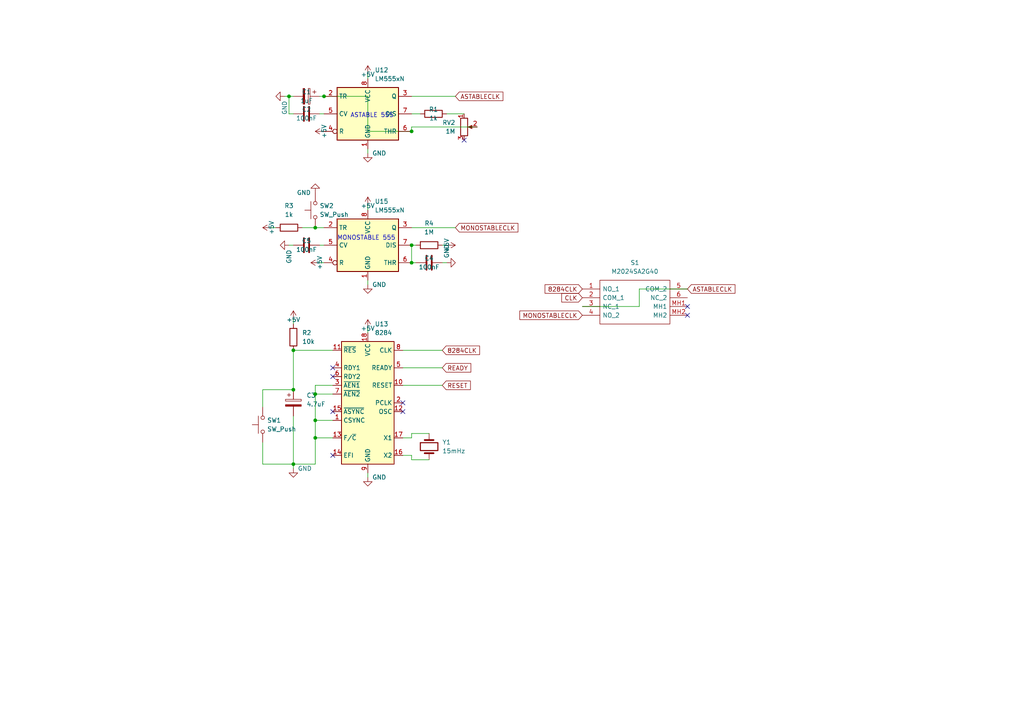
<source format=kicad_sch>
(kicad_sch (version 20211123) (generator eeschema)

  (uuid f81cff6b-bb57-4d3c-bef8-020676c3be71)

  (paper "A4")

  (lib_symbols
    (symbol "Device:C" (pin_numbers hide) (pin_names (offset 0.254)) (in_bom yes) (on_board yes)
      (property "Reference" "C" (id 0) (at 0.635 2.54 0)
        (effects (font (size 1.27 1.27)) (justify left))
      )
      (property "Value" "C" (id 1) (at 0.635 -2.54 0)
        (effects (font (size 1.27 1.27)) (justify left))
      )
      (property "Footprint" "" (id 2) (at 0.9652 -3.81 0)
        (effects (font (size 1.27 1.27)) hide)
      )
      (property "Datasheet" "~" (id 3) (at 0 0 0)
        (effects (font (size 1.27 1.27)) hide)
      )
      (property "ki_keywords" "cap capacitor" (id 4) (at 0 0 0)
        (effects (font (size 1.27 1.27)) hide)
      )
      (property "ki_description" "Unpolarized capacitor" (id 5) (at 0 0 0)
        (effects (font (size 1.27 1.27)) hide)
      )
      (property "ki_fp_filters" "C_*" (id 6) (at 0 0 0)
        (effects (font (size 1.27 1.27)) hide)
      )
      (symbol "C_0_1"
        (polyline
          (pts
            (xy -2.032 -0.762)
            (xy 2.032 -0.762)
          )
          (stroke (width 0.508) (type default) (color 0 0 0 0))
          (fill (type none))
        )
        (polyline
          (pts
            (xy -2.032 0.762)
            (xy 2.032 0.762)
          )
          (stroke (width 0.508) (type default) (color 0 0 0 0))
          (fill (type none))
        )
      )
      (symbol "C_1_1"
        (pin passive line (at 0 3.81 270) (length 2.794)
          (name "~" (effects (font (size 1.27 1.27))))
          (number "1" (effects (font (size 1.27 1.27))))
        )
        (pin passive line (at 0 -3.81 90) (length 2.794)
          (name "~" (effects (font (size 1.27 1.27))))
          (number "2" (effects (font (size 1.27 1.27))))
        )
      )
    )
    (symbol "Device:C_Polarized" (pin_numbers hide) (pin_names (offset 0.254)) (in_bom yes) (on_board yes)
      (property "Reference" "C" (id 0) (at 0.635 2.54 0)
        (effects (font (size 1.27 1.27)) (justify left))
      )
      (property "Value" "C_Polarized" (id 1) (at 0.635 -2.54 0)
        (effects (font (size 1.27 1.27)) (justify left))
      )
      (property "Footprint" "" (id 2) (at 0.9652 -3.81 0)
        (effects (font (size 1.27 1.27)) hide)
      )
      (property "Datasheet" "~" (id 3) (at 0 0 0)
        (effects (font (size 1.27 1.27)) hide)
      )
      (property "ki_keywords" "cap capacitor" (id 4) (at 0 0 0)
        (effects (font (size 1.27 1.27)) hide)
      )
      (property "ki_description" "Polarized capacitor" (id 5) (at 0 0 0)
        (effects (font (size 1.27 1.27)) hide)
      )
      (property "ki_fp_filters" "CP_*" (id 6) (at 0 0 0)
        (effects (font (size 1.27 1.27)) hide)
      )
      (symbol "C_Polarized_0_1"
        (rectangle (start -2.286 0.508) (end 2.286 1.016)
          (stroke (width 0) (type default) (color 0 0 0 0))
          (fill (type none))
        )
        (polyline
          (pts
            (xy -1.778 2.286)
            (xy -0.762 2.286)
          )
          (stroke (width 0) (type default) (color 0 0 0 0))
          (fill (type none))
        )
        (polyline
          (pts
            (xy -1.27 2.794)
            (xy -1.27 1.778)
          )
          (stroke (width 0) (type default) (color 0 0 0 0))
          (fill (type none))
        )
        (rectangle (start 2.286 -0.508) (end -2.286 -1.016)
          (stroke (width 0) (type default) (color 0 0 0 0))
          (fill (type outline))
        )
      )
      (symbol "C_Polarized_1_1"
        (pin passive line (at 0 3.81 270) (length 2.794)
          (name "~" (effects (font (size 1.27 1.27))))
          (number "1" (effects (font (size 1.27 1.27))))
        )
        (pin passive line (at 0 -3.81 90) (length 2.794)
          (name "~" (effects (font (size 1.27 1.27))))
          (number "2" (effects (font (size 1.27 1.27))))
        )
      )
    )
    (symbol "Device:Crystal" (pin_numbers hide) (pin_names (offset 1.016) hide) (in_bom yes) (on_board yes)
      (property "Reference" "Y" (id 0) (at 0 3.81 0)
        (effects (font (size 1.27 1.27)))
      )
      (property "Value" "Crystal" (id 1) (at 0 -3.81 0)
        (effects (font (size 1.27 1.27)))
      )
      (property "Footprint" "" (id 2) (at 0 0 0)
        (effects (font (size 1.27 1.27)) hide)
      )
      (property "Datasheet" "~" (id 3) (at 0 0 0)
        (effects (font (size 1.27 1.27)) hide)
      )
      (property "ki_keywords" "quartz ceramic resonator oscillator" (id 4) (at 0 0 0)
        (effects (font (size 1.27 1.27)) hide)
      )
      (property "ki_description" "Two pin crystal" (id 5) (at 0 0 0)
        (effects (font (size 1.27 1.27)) hide)
      )
      (property "ki_fp_filters" "Crystal*" (id 6) (at 0 0 0)
        (effects (font (size 1.27 1.27)) hide)
      )
      (symbol "Crystal_0_1"
        (rectangle (start -1.143 2.54) (end 1.143 -2.54)
          (stroke (width 0.3048) (type default) (color 0 0 0 0))
          (fill (type none))
        )
        (polyline
          (pts
            (xy -2.54 0)
            (xy -1.905 0)
          )
          (stroke (width 0) (type default) (color 0 0 0 0))
          (fill (type none))
        )
        (polyline
          (pts
            (xy -1.905 -1.27)
            (xy -1.905 1.27)
          )
          (stroke (width 0.508) (type default) (color 0 0 0 0))
          (fill (type none))
        )
        (polyline
          (pts
            (xy 1.905 -1.27)
            (xy 1.905 1.27)
          )
          (stroke (width 0.508) (type default) (color 0 0 0 0))
          (fill (type none))
        )
        (polyline
          (pts
            (xy 2.54 0)
            (xy 1.905 0)
          )
          (stroke (width 0) (type default) (color 0 0 0 0))
          (fill (type none))
        )
      )
      (symbol "Crystal_1_1"
        (pin passive line (at -3.81 0 0) (length 1.27)
          (name "1" (effects (font (size 1.27 1.27))))
          (number "1" (effects (font (size 1.27 1.27))))
        )
        (pin passive line (at 3.81 0 180) (length 1.27)
          (name "2" (effects (font (size 1.27 1.27))))
          (number "2" (effects (font (size 1.27 1.27))))
        )
      )
    )
    (symbol "Device:R" (pin_numbers hide) (pin_names (offset 0)) (in_bom yes) (on_board yes)
      (property "Reference" "R" (id 0) (at 2.032 0 90)
        (effects (font (size 1.27 1.27)))
      )
      (property "Value" "R" (id 1) (at 0 0 90)
        (effects (font (size 1.27 1.27)))
      )
      (property "Footprint" "" (id 2) (at -1.778 0 90)
        (effects (font (size 1.27 1.27)) hide)
      )
      (property "Datasheet" "~" (id 3) (at 0 0 0)
        (effects (font (size 1.27 1.27)) hide)
      )
      (property "ki_keywords" "R res resistor" (id 4) (at 0 0 0)
        (effects (font (size 1.27 1.27)) hide)
      )
      (property "ki_description" "Resistor" (id 5) (at 0 0 0)
        (effects (font (size 1.27 1.27)) hide)
      )
      (property "ki_fp_filters" "R_*" (id 6) (at 0 0 0)
        (effects (font (size 1.27 1.27)) hide)
      )
      (symbol "R_0_1"
        (rectangle (start -1.016 -2.54) (end 1.016 2.54)
          (stroke (width 0.254) (type default) (color 0 0 0 0))
          (fill (type none))
        )
      )
      (symbol "R_1_1"
        (pin passive line (at 0 3.81 270) (length 1.27)
          (name "~" (effects (font (size 1.27 1.27))))
          (number "1" (effects (font (size 1.27 1.27))))
        )
        (pin passive line (at 0 -3.81 90) (length 1.27)
          (name "~" (effects (font (size 1.27 1.27))))
          (number "2" (effects (font (size 1.27 1.27))))
        )
      )
    )
    (symbol "Device:R_Potentiometer" (pin_names (offset 1.016) hide) (in_bom yes) (on_board yes)
      (property "Reference" "RV" (id 0) (at -4.445 0 90)
        (effects (font (size 1.27 1.27)))
      )
      (property "Value" "R_Potentiometer" (id 1) (at -2.54 0 90)
        (effects (font (size 1.27 1.27)))
      )
      (property "Footprint" "" (id 2) (at 0 0 0)
        (effects (font (size 1.27 1.27)) hide)
      )
      (property "Datasheet" "~" (id 3) (at 0 0 0)
        (effects (font (size 1.27 1.27)) hide)
      )
      (property "ki_keywords" "resistor variable" (id 4) (at 0 0 0)
        (effects (font (size 1.27 1.27)) hide)
      )
      (property "ki_description" "Potentiometer" (id 5) (at 0 0 0)
        (effects (font (size 1.27 1.27)) hide)
      )
      (property "ki_fp_filters" "Potentiometer*" (id 6) (at 0 0 0)
        (effects (font (size 1.27 1.27)) hide)
      )
      (symbol "R_Potentiometer_0_1"
        (polyline
          (pts
            (xy 2.54 0)
            (xy 1.524 0)
          )
          (stroke (width 0) (type default) (color 0 0 0 0))
          (fill (type none))
        )
        (polyline
          (pts
            (xy 1.143 0)
            (xy 2.286 0.508)
            (xy 2.286 -0.508)
            (xy 1.143 0)
          )
          (stroke (width 0) (type default) (color 0 0 0 0))
          (fill (type outline))
        )
        (rectangle (start 1.016 2.54) (end -1.016 -2.54)
          (stroke (width 0.254) (type default) (color 0 0 0 0))
          (fill (type none))
        )
      )
      (symbol "R_Potentiometer_1_1"
        (pin passive line (at 0 3.81 270) (length 1.27)
          (name "1" (effects (font (size 1.27 1.27))))
          (number "1" (effects (font (size 1.27 1.27))))
        )
        (pin passive line (at 3.81 0 180) (length 1.27)
          (name "2" (effects (font (size 1.27 1.27))))
          (number "2" (effects (font (size 1.27 1.27))))
        )
        (pin passive line (at 0 -3.81 90) (length 1.27)
          (name "3" (effects (font (size 1.27 1.27))))
          (number "3" (effects (font (size 1.27 1.27))))
        )
      )
    )
    (symbol "SamacSys_Parts:M2024SA2G40" (pin_names (offset 0.762)) (in_bom yes) (on_board yes)
      (property "Reference" "S" (id 0) (at 26.67 7.62 0)
        (effects (font (size 1.27 1.27)) (justify left))
      )
      (property "Value" "M2024SA2G40" (id 1) (at 26.67 5.08 0)
        (effects (font (size 1.27 1.27)) (justify left))
      )
      (property "Footprint" "M2024SA2G40" (id 2) (at 26.67 2.54 0)
        (effects (font (size 1.27 1.27)) (justify left) hide)
      )
      (property "Datasheet" "https://www.nkkswitches.com/pdf/MtogglesAnglePC.pdf" (id 3) (at 26.67 0 0)
        (effects (font (size 1.27 1.27)) (justify left) hide)
      )
      (property "Description" "Toggle Switches ON-ON-ON .413 BAT .280 BSHG VERT PC" (id 4) (at 26.67 -2.54 0)
        (effects (font (size 1.27 1.27)) (justify left) hide)
      )
      (property "Height" "13" (id 5) (at 26.67 -5.08 0)
        (effects (font (size 1.27 1.27)) (justify left) hide)
      )
      (property "Mouser Part Number" "633-M2024SA2G40" (id 6) (at 26.67 -7.62 0)
        (effects (font (size 1.27 1.27)) (justify left) hide)
      )
      (property "Mouser Price/Stock" "https://www.mouser.co.uk/ProductDetail/NKK-Switches/M2024SA2G40?qs=t8w9rvwJwK9OKvCilNHaGA%3D%3D" (id 7) (at 26.67 -10.16 0)
        (effects (font (size 1.27 1.27)) (justify left) hide)
      )
      (property "Manufacturer_Name" "NKK Switches" (id 8) (at 26.67 -12.7 0)
        (effects (font (size 1.27 1.27)) (justify left) hide)
      )
      (property "Manufacturer_Part_Number" "M2024SA2G40" (id 9) (at 26.67 -15.24 0)
        (effects (font (size 1.27 1.27)) (justify left) hide)
      )
      (property "ki_description" "Toggle Switches ON-ON-ON .413 BAT .280 BSHG VERT PC" (id 10) (at 0 0 0)
        (effects (font (size 1.27 1.27)) hide)
      )
      (symbol "M2024SA2G40_0_0"
        (pin passive line (at 0 0 0) (length 5.08)
          (name "NO_1" (effects (font (size 1.27 1.27))))
          (number "1" (effects (font (size 1.27 1.27))))
        )
        (pin passive line (at 0 -2.54 0) (length 5.08)
          (name "COM_1" (effects (font (size 1.27 1.27))))
          (number "2" (effects (font (size 1.27 1.27))))
        )
        (pin passive line (at 0 -5.08 0) (length 5.08)
          (name "NC_1" (effects (font (size 1.27 1.27))))
          (number "3" (effects (font (size 1.27 1.27))))
        )
        (pin passive line (at 0 -7.62 0) (length 5.08)
          (name "NO_2" (effects (font (size 1.27 1.27))))
          (number "4" (effects (font (size 1.27 1.27))))
        )
        (pin passive line (at 30.48 0 180) (length 5.08)
          (name "COM_2" (effects (font (size 1.27 1.27))))
          (number "5" (effects (font (size 1.27 1.27))))
        )
        (pin passive line (at 30.48 -2.54 180) (length 5.08)
          (name "NC_2" (effects (font (size 1.27 1.27))))
          (number "6" (effects (font (size 1.27 1.27))))
        )
        (pin passive line (at 30.48 -5.08 180) (length 5.08)
          (name "MH1" (effects (font (size 1.27 1.27))))
          (number "MH1" (effects (font (size 1.27 1.27))))
        )
        (pin passive line (at 30.48 -7.62 180) (length 5.08)
          (name "MH2" (effects (font (size 1.27 1.27))))
          (number "MH2" (effects (font (size 1.27 1.27))))
        )
      )
      (symbol "M2024SA2G40_0_1"
        (polyline
          (pts
            (xy 5.08 2.54)
            (xy 25.4 2.54)
            (xy 25.4 -10.16)
            (xy 5.08 -10.16)
            (xy 5.08 2.54)
          )
          (stroke (width 0.1524) (type default) (color 0 0 0 0))
          (fill (type none))
        )
      )
    )
    (symbol "Switch:SW_Push" (pin_numbers hide) (pin_names (offset 1.016) hide) (in_bom yes) (on_board yes)
      (property "Reference" "SW" (id 0) (at 1.27 2.54 0)
        (effects (font (size 1.27 1.27)) (justify left))
      )
      (property "Value" "SW_Push" (id 1) (at 0 -1.524 0)
        (effects (font (size 1.27 1.27)))
      )
      (property "Footprint" "" (id 2) (at 0 5.08 0)
        (effects (font (size 1.27 1.27)) hide)
      )
      (property "Datasheet" "~" (id 3) (at 0 5.08 0)
        (effects (font (size 1.27 1.27)) hide)
      )
      (property "ki_keywords" "switch normally-open pushbutton push-button" (id 4) (at 0 0 0)
        (effects (font (size 1.27 1.27)) hide)
      )
      (property "ki_description" "Push button switch, generic, two pins" (id 5) (at 0 0 0)
        (effects (font (size 1.27 1.27)) hide)
      )
      (symbol "SW_Push_0_1"
        (circle (center -2.032 0) (radius 0.508)
          (stroke (width 0) (type default) (color 0 0 0 0))
          (fill (type none))
        )
        (polyline
          (pts
            (xy 0 1.27)
            (xy 0 3.048)
          )
          (stroke (width 0) (type default) (color 0 0 0 0))
          (fill (type none))
        )
        (polyline
          (pts
            (xy 2.54 1.27)
            (xy -2.54 1.27)
          )
          (stroke (width 0) (type default) (color 0 0 0 0))
          (fill (type none))
        )
        (circle (center 2.032 0) (radius 0.508)
          (stroke (width 0) (type default) (color 0 0 0 0))
          (fill (type none))
        )
        (pin passive line (at -5.08 0 0) (length 2.54)
          (name "1" (effects (font (size 1.27 1.27))))
          (number "1" (effects (font (size 1.27 1.27))))
        )
        (pin passive line (at 5.08 0 180) (length 2.54)
          (name "2" (effects (font (size 1.27 1.27))))
          (number "2" (effects (font (size 1.27 1.27))))
        )
      )
    )
    (symbol "Timer:8284" (in_bom yes) (on_board yes)
      (property "Reference" "U" (id 0) (at -3.81 19.05 0)
        (effects (font (size 1.27 1.27)) (justify right))
      )
      (property "Value" "8284" (id 1) (at 2.54 19.05 0)
        (effects (font (size 1.27 1.27)) (justify left))
      )
      (property "Footprint" "Package_DIP:DIP-18_W7.62mm" (id 2) (at 0 0 0)
        (effects (font (size 1.27 1.27) italic) hide)
      )
      (property "Datasheet" "http://www.cpu-galaxy.at/cpu/ram%20rom%20eprom/other_intel_chips/other_intel-Dateien/D8284A_Datasheet.pdf" (id 3) (at 0 0 0)
        (effects (font (size 1.27 1.27)) hide)
      )
      (property "ki_keywords" "Clock Generator" (id 4) (at 0 0 0)
        (effects (font (size 1.27 1.27)) hide)
      )
      (property "ki_description" "Clock Generator and Driver for i8086/88 Microcontrollers, PDIP-18" (id 5) (at 0 0 0)
        (effects (font (size 1.27 1.27)) hide)
      )
      (property "ki_fp_filters" "DIP*W7.62mm*" (id 6) (at 0 0 0)
        (effects (font (size 1.27 1.27)) hide)
      )
      (symbol "8284_0_0"
        (rectangle (start -7.62 -17.78) (end 7.62 17.78)
          (stroke (width 0.254) (type default) (color 0 0 0 0))
          (fill (type background))
        )
      )
      (symbol "8284_1_1"
        (pin input line (at -10.16 -5.08 0) (length 2.54)
          (name "CSYNC" (effects (font (size 1.27 1.27))))
          (number "1" (effects (font (size 1.27 1.27))))
        )
        (pin output line (at 10.16 5.08 180) (length 2.54)
          (name "RESET" (effects (font (size 1.27 1.27))))
          (number "10" (effects (font (size 1.27 1.27))))
        )
        (pin input line (at -10.16 15.24 0) (length 2.54)
          (name "~{RES}" (effects (font (size 1.27 1.27))))
          (number "11" (effects (font (size 1.27 1.27))))
        )
        (pin output line (at 10.16 -2.54 180) (length 2.54)
          (name "OSC" (effects (font (size 1.27 1.27))))
          (number "12" (effects (font (size 1.27 1.27))))
        )
        (pin input line (at -10.16 -10.16 0) (length 2.54)
          (name "F/~{C}" (effects (font (size 1.27 1.27))))
          (number "13" (effects (font (size 1.27 1.27))))
        )
        (pin input line (at -10.16 -15.24 0) (length 2.54)
          (name "EFI" (effects (font (size 1.27 1.27))))
          (number "14" (effects (font (size 1.27 1.27))))
        )
        (pin input line (at -10.16 -2.54 0) (length 2.54)
          (name "~{ASYNC}" (effects (font (size 1.27 1.27))))
          (number "15" (effects (font (size 1.27 1.27))))
        )
        (pin output line (at 10.16 -15.24 180) (length 2.54)
          (name "X2" (effects (font (size 1.27 1.27))))
          (number "16" (effects (font (size 1.27 1.27))))
        )
        (pin input line (at 10.16 -10.16 180) (length 2.54)
          (name "X1" (effects (font (size 1.27 1.27))))
          (number "17" (effects (font (size 1.27 1.27))))
        )
        (pin power_in line (at 0 20.32 270) (length 2.54)
          (name "VCC" (effects (font (size 1.27 1.27))))
          (number "18" (effects (font (size 1.27 1.27))))
        )
        (pin output line (at 10.16 0 180) (length 2.54)
          (name "PCLK" (effects (font (size 1.27 1.27))))
          (number "2" (effects (font (size 1.27 1.27))))
        )
        (pin input line (at -10.16 5.08 0) (length 2.54)
          (name "~{AEN1}" (effects (font (size 1.27 1.27))))
          (number "3" (effects (font (size 1.27 1.27))))
        )
        (pin input line (at -10.16 10.16 0) (length 2.54)
          (name "RDY1" (effects (font (size 1.27 1.27))))
          (number "4" (effects (font (size 1.27 1.27))))
        )
        (pin output line (at 10.16 10.16 180) (length 2.54)
          (name "READY" (effects (font (size 1.27 1.27))))
          (number "5" (effects (font (size 1.27 1.27))))
        )
        (pin input line (at -10.16 7.62 0) (length 2.54)
          (name "RDY2" (effects (font (size 1.27 1.27))))
          (number "6" (effects (font (size 1.27 1.27))))
        )
        (pin input line (at -10.16 2.54 0) (length 2.54)
          (name "~{AEN2}" (effects (font (size 1.27 1.27))))
          (number "7" (effects (font (size 1.27 1.27))))
        )
        (pin output line (at 10.16 15.24 180) (length 2.54)
          (name "CLK" (effects (font (size 1.27 1.27))))
          (number "8" (effects (font (size 1.27 1.27))))
        )
        (pin power_in line (at 0 -20.32 90) (length 2.54)
          (name "GND" (effects (font (size 1.27 1.27))))
          (number "9" (effects (font (size 1.27 1.27))))
        )
      )
    )
    (symbol "Timer:LM555xN" (in_bom yes) (on_board yes)
      (property "Reference" "U" (id 0) (at -10.16 8.89 0)
        (effects (font (size 1.27 1.27)) (justify left))
      )
      (property "Value" "LM555xN" (id 1) (at 2.54 8.89 0)
        (effects (font (size 1.27 1.27)) (justify left))
      )
      (property "Footprint" "Package_DIP:DIP-8_W7.62mm" (id 2) (at 16.51 -10.16 0)
        (effects (font (size 1.27 1.27)) hide)
      )
      (property "Datasheet" "http://www.ti.com/lit/ds/symlink/lm555.pdf" (id 3) (at 21.59 -10.16 0)
        (effects (font (size 1.27 1.27)) hide)
      )
      (property "ki_keywords" "single timer 555" (id 4) (at 0 0 0)
        (effects (font (size 1.27 1.27)) hide)
      )
      (property "ki_description" "Timer, 555 compatible, PDIP-8" (id 5) (at 0 0 0)
        (effects (font (size 1.27 1.27)) hide)
      )
      (property "ki_fp_filters" "DIP*W7.62mm*" (id 6) (at 0 0 0)
        (effects (font (size 1.27 1.27)) hide)
      )
      (symbol "LM555xN_0_0"
        (pin power_in line (at 0 -10.16 90) (length 2.54)
          (name "GND" (effects (font (size 1.27 1.27))))
          (number "1" (effects (font (size 1.27 1.27))))
        )
        (pin power_in line (at 0 10.16 270) (length 2.54)
          (name "VCC" (effects (font (size 1.27 1.27))))
          (number "8" (effects (font (size 1.27 1.27))))
        )
      )
      (symbol "LM555xN_0_1"
        (rectangle (start -8.89 -7.62) (end 8.89 7.62)
          (stroke (width 0.254) (type default) (color 0 0 0 0))
          (fill (type background))
        )
        (rectangle (start -8.89 -7.62) (end 8.89 7.62)
          (stroke (width 0.254) (type default) (color 0 0 0 0))
          (fill (type background))
        )
      )
      (symbol "LM555xN_1_1"
        (pin input line (at -12.7 5.08 0) (length 3.81)
          (name "TR" (effects (font (size 1.27 1.27))))
          (number "2" (effects (font (size 1.27 1.27))))
        )
        (pin output line (at 12.7 5.08 180) (length 3.81)
          (name "Q" (effects (font (size 1.27 1.27))))
          (number "3" (effects (font (size 1.27 1.27))))
        )
        (pin input inverted (at -12.7 -5.08 0) (length 3.81)
          (name "R" (effects (font (size 1.27 1.27))))
          (number "4" (effects (font (size 1.27 1.27))))
        )
        (pin input line (at -12.7 0 0) (length 3.81)
          (name "CV" (effects (font (size 1.27 1.27))))
          (number "5" (effects (font (size 1.27 1.27))))
        )
        (pin input line (at 12.7 -5.08 180) (length 3.81)
          (name "THR" (effects (font (size 1.27 1.27))))
          (number "6" (effects (font (size 1.27 1.27))))
        )
        (pin input line (at 12.7 0 180) (length 3.81)
          (name "DIS" (effects (font (size 1.27 1.27))))
          (number "7" (effects (font (size 1.27 1.27))))
        )
      )
    )
    (symbol "power:+5V" (power) (pin_names (offset 0)) (in_bom yes) (on_board yes)
      (property "Reference" "#PWR" (id 0) (at 0 -3.81 0)
        (effects (font (size 1.27 1.27)) hide)
      )
      (property "Value" "+5V" (id 1) (at 0 3.556 0)
        (effects (font (size 1.27 1.27)))
      )
      (property "Footprint" "" (id 2) (at 0 0 0)
        (effects (font (size 1.27 1.27)) hide)
      )
      (property "Datasheet" "" (id 3) (at 0 0 0)
        (effects (font (size 1.27 1.27)) hide)
      )
      (property "ki_keywords" "power-flag" (id 4) (at 0 0 0)
        (effects (font (size 1.27 1.27)) hide)
      )
      (property "ki_description" "Power symbol creates a global label with name \"+5V\"" (id 5) (at 0 0 0)
        (effects (font (size 1.27 1.27)) hide)
      )
      (symbol "+5V_0_1"
        (polyline
          (pts
            (xy -0.762 1.27)
            (xy 0 2.54)
          )
          (stroke (width 0) (type default) (color 0 0 0 0))
          (fill (type none))
        )
        (polyline
          (pts
            (xy 0 0)
            (xy 0 2.54)
          )
          (stroke (width 0) (type default) (color 0 0 0 0))
          (fill (type none))
        )
        (polyline
          (pts
            (xy 0 2.54)
            (xy 0.762 1.27)
          )
          (stroke (width 0) (type default) (color 0 0 0 0))
          (fill (type none))
        )
      )
      (symbol "+5V_1_1"
        (pin power_in line (at 0 0 90) (length 0) hide
          (name "+5V" (effects (font (size 1.27 1.27))))
          (number "1" (effects (font (size 1.27 1.27))))
        )
      )
    )
    (symbol "power:GND" (power) (pin_names (offset 0)) (in_bom yes) (on_board yes)
      (property "Reference" "#PWR" (id 0) (at 0 -6.35 0)
        (effects (font (size 1.27 1.27)) hide)
      )
      (property "Value" "GND" (id 1) (at 0 -3.81 0)
        (effects (font (size 1.27 1.27)))
      )
      (property "Footprint" "" (id 2) (at 0 0 0)
        (effects (font (size 1.27 1.27)) hide)
      )
      (property "Datasheet" "" (id 3) (at 0 0 0)
        (effects (font (size 1.27 1.27)) hide)
      )
      (property "ki_keywords" "power-flag" (id 4) (at 0 0 0)
        (effects (font (size 1.27 1.27)) hide)
      )
      (property "ki_description" "Power symbol creates a global label with name \"GND\" , ground" (id 5) (at 0 0 0)
        (effects (font (size 1.27 1.27)) hide)
      )
      (symbol "GND_0_1"
        (polyline
          (pts
            (xy 0 0)
            (xy 0 -1.27)
            (xy 1.27 -1.27)
            (xy 0 -2.54)
            (xy -1.27 -1.27)
            (xy 0 -1.27)
          )
          (stroke (width 0) (type default) (color 0 0 0 0))
          (fill (type none))
        )
      )
      (symbol "GND_1_1"
        (pin power_in line (at 0 0 270) (length 0) hide
          (name "GND" (effects (font (size 1.27 1.27))))
          (number "1" (effects (font (size 1.27 1.27))))
        )
      )
    )
  )

  (junction (at 119.38 38.1) (diameter 0) (color 0 0 0 0)
    (uuid 08f7b560-54ff-4528-b640-cbb119ae4f59)
  )
  (junction (at 91.44 66.04) (diameter 0) (color 0 0 0 0)
    (uuid 0a1300f8-d0fa-45a7-9819-6229191e999a)
  )
  (junction (at 91.44 121.92) (diameter 0) (color 0 0 0 0)
    (uuid 1767b024-a4e0-4b8c-a1d9-5546673fd836)
  )
  (junction (at 83.82 27.94) (diameter 0) (color 0 0 0 0)
    (uuid 3a535f94-42ec-4f2f-9956-2624f6cb38d7)
  )
  (junction (at 85.09 134.62) (diameter 0) (color 0 0 0 0)
    (uuid 3d099402-7d5e-43a9-af1b-28298984919d)
  )
  (junction (at 91.44 127) (diameter 0) (color 0 0 0 0)
    (uuid 622bf944-bb93-423f-85f3-7fe825962cb4)
  )
  (junction (at 119.38 76.2) (diameter 0) (color 0 0 0 0)
    (uuid 6ee6b6a3-6cb7-4bc3-a807-bd704bac5c83)
  )
  (junction (at 91.44 114.3) (diameter 0) (color 0 0 0 0)
    (uuid 79493cee-f142-4192-8455-2580bb9a5f8c)
  )
  (junction (at 119.38 71.12) (diameter 0) (color 0 0 0 0)
    (uuid 7cb8bf18-462d-4542-96b4-dfb17e24162f)
  )
  (junction (at 93.98 27.94) (diameter 0) (color 0 0 0 0)
    (uuid cc115419-91dd-4efd-89b8-1b4c1f9226d5)
  )
  (junction (at 85.09 101.6) (diameter 0) (color 0 0 0 0)
    (uuid cfcd2676-0fc1-4f48-aa18-1539e77429bb)
  )
  (junction (at 85.09 113.03) (diameter 0) (color 0 0 0 0)
    (uuid d9ad367c-20f7-4479-92bb-f9365ccd3ba1)
  )

  (no_connect (at 199.39 91.44) (uuid 2a18c5d9-77a2-487c-a57d-a47fb210f92d))
  (no_connect (at 134.62 40.64) (uuid 6e9730f4-bd16-4aac-8ee8-6606c388a73b))
  (no_connect (at 199.39 88.9) (uuid b0881c9b-af66-4822-9907-618ceb266eee))
  (no_connect (at 96.52 132.08) (uuid c73530ef-f067-484d-94b1-d1e286d8e91f))
  (no_connect (at 96.52 119.38) (uuid c73530ef-f067-484d-94b1-d1e286d8e920))
  (no_connect (at 116.84 119.38) (uuid c73530ef-f067-484d-94b1-d1e286d8e921))
  (no_connect (at 116.84 116.84) (uuid c73530ef-f067-484d-94b1-d1e286d8e922))
  (no_connect (at 96.52 106.68) (uuid c73530ef-f067-484d-94b1-d1e286d8e923))
  (no_connect (at 96.52 109.22) (uuid c73530ef-f067-484d-94b1-d1e286d8e924))

  (wire (pts (xy 76.2 134.62) (xy 85.09 134.62))
    (stroke (width 0) (type default) (color 0 0 0 0))
    (uuid 06c3435c-2160-49e9-9bfb-6f92bea7bd42)
  )
  (wire (pts (xy 92.71 33.02) (xy 93.98 33.02))
    (stroke (width 0) (type default) (color 0 0 0 0))
    (uuid 11fabd44-26fc-4eaa-834c-10de104a096b)
  )
  (wire (pts (xy 91.44 66.04) (xy 93.98 66.04))
    (stroke (width 0) (type default) (color 0 0 0 0))
    (uuid 16ac51a0-2e11-4cca-89a5-199392afc8f6)
  )
  (wire (pts (xy 119.38 127) (xy 119.38 125.73))
    (stroke (width 0) (type default) (color 0 0 0 0))
    (uuid 1d3bbb01-6baa-4cfc-b86f-d2ec0a824556)
  )
  (wire (pts (xy 91.44 111.76) (xy 96.52 111.76))
    (stroke (width 0) (type default) (color 0 0 0 0))
    (uuid 1fa9c269-cf84-4a8a-a1ae-70c73e8bb178)
  )
  (wire (pts (xy 92.71 71.12) (xy 93.98 71.12))
    (stroke (width 0) (type default) (color 0 0 0 0))
    (uuid 22426e2e-bb8c-4cc5-871f-6ad9c60dfe8d)
  )
  (wire (pts (xy 119.38 71.12) (xy 120.65 71.12))
    (stroke (width 0) (type default) (color 0 0 0 0))
    (uuid 260b70a3-de19-4ca9-8cb6-bcef3cd22d0a)
  )
  (wire (pts (xy 116.84 111.76) (xy 128.27 111.76))
    (stroke (width 0) (type default) (color 0 0 0 0))
    (uuid 27a67bc9-5ee5-4903-b515-12e5dde77a4a)
  )
  (wire (pts (xy 119.38 76.2) (xy 120.65 76.2))
    (stroke (width 0) (type default) (color 0 0 0 0))
    (uuid 2c1e9010-2b2b-4ace-b072-f489f251d2bc)
  )
  (wire (pts (xy 91.44 121.92) (xy 91.44 127))
    (stroke (width 0) (type default) (color 0 0 0 0))
    (uuid 306f8c2c-ea2b-43eb-83fd-025d54bb8641)
  )
  (wire (pts (xy 87.63 66.04) (xy 91.44 66.04))
    (stroke (width 0) (type default) (color 0 0 0 0))
    (uuid 34715f96-3103-4028-b612-898cbe3e48a6)
  )
  (wire (pts (xy 128.27 71.12) (xy 129.54 71.12))
    (stroke (width 0) (type default) (color 0 0 0 0))
    (uuid 34efd182-fd60-4d50-9efa-679c1c90914f)
  )
  (wire (pts (xy 78.74 66.04) (xy 80.01 66.04))
    (stroke (width 0) (type default) (color 0 0 0 0))
    (uuid 360042c4-ae88-41a2-a81e-0887fd207c58)
  )
  (wire (pts (xy 119.38 133.35) (xy 124.46 133.35))
    (stroke (width 0) (type default) (color 0 0 0 0))
    (uuid 365e95c8-4ead-4f94-b21b-a4f7e17d9e52)
  )
  (wire (pts (xy 106.68 59.69) (xy 106.68 60.96))
    (stroke (width 0) (type default) (color 0 0 0 0))
    (uuid 38b11744-49c0-4f8e-8801-1241d6afa426)
  )
  (wire (pts (xy 185.42 88.9) (xy 185.42 83.82))
    (stroke (width 0) (type default) (color 0 0 0 0))
    (uuid 3a1a6485-7193-467f-93ce-563b2e2f9b86)
  )
  (wire (pts (xy 91.44 127) (xy 91.44 134.62))
    (stroke (width 0) (type default) (color 0 0 0 0))
    (uuid 3ac8da20-eb1f-41b7-b314-28ffa2c63bef)
  )
  (wire (pts (xy 106.68 38.1) (xy 106.68 27.94))
    (stroke (width 0) (type default) (color 0 0 0 0))
    (uuid 43936753-3290-4342-a6fb-c5555852b6ad)
  )
  (wire (pts (xy 119.38 66.04) (xy 132.08 66.04))
    (stroke (width 0) (type default) (color 0 0 0 0))
    (uuid 43d03add-d52a-4db7-bafd-f49f5c0363cd)
  )
  (wire (pts (xy 76.2 118.11) (xy 76.2 113.03))
    (stroke (width 0) (type default) (color 0 0 0 0))
    (uuid 47e06ce7-234b-4aae-b45c-24bdd7c84704)
  )
  (wire (pts (xy 128.27 76.2) (xy 129.54 76.2))
    (stroke (width 0) (type default) (color 0 0 0 0))
    (uuid 487d0caf-8d09-44e9-8afe-d4d158d31e03)
  )
  (wire (pts (xy 119.38 125.73) (xy 124.46 125.73))
    (stroke (width 0) (type default) (color 0 0 0 0))
    (uuid 57b4b1bb-e321-4c7d-a2cd-222870d9de35)
  )
  (wire (pts (xy 91.44 121.92) (xy 96.52 121.92))
    (stroke (width 0) (type default) (color 0 0 0 0))
    (uuid 5d7add87-c145-4d5c-9061-557431c7b012)
  )
  (wire (pts (xy 116.84 106.68) (xy 128.27 106.68))
    (stroke (width 0) (type default) (color 0 0 0 0))
    (uuid 67e6b2a3-7f07-4fc3-8281-cc336b12d8c5)
  )
  (wire (pts (xy 168.91 88.9) (xy 185.42 88.9))
    (stroke (width 0) (type default) (color 0 0 0 0))
    (uuid 6928d8d4-f4b3-4b7d-b66c-88bc5ae7fb22)
  )
  (wire (pts (xy 119.38 27.94) (xy 132.08 27.94))
    (stroke (width 0) (type default) (color 0 0 0 0))
    (uuid 7000635a-2d1e-4b17-b329-6a16d769c6c2)
  )
  (wire (pts (xy 76.2 113.03) (xy 85.09 113.03))
    (stroke (width 0) (type default) (color 0 0 0 0))
    (uuid 709b2a8b-555a-4b38-b3d4-0be6b18a07bc)
  )
  (wire (pts (xy 83.82 33.02) (xy 85.09 33.02))
    (stroke (width 0) (type default) (color 0 0 0 0))
    (uuid 734b1c7a-c6f9-4549-8ef7-f22be172386d)
  )
  (wire (pts (xy 85.09 101.6) (xy 96.52 101.6))
    (stroke (width 0) (type default) (color 0 0 0 0))
    (uuid 783c8202-0a10-4125-b6ed-f617978ee4e5)
  )
  (wire (pts (xy 91.44 127) (xy 96.52 127))
    (stroke (width 0) (type default) (color 0 0 0 0))
    (uuid 863448e0-407d-4216-9039-9bf6e710fa36)
  )
  (wire (pts (xy 116.84 132.08) (xy 119.38 132.08))
    (stroke (width 0) (type default) (color 0 0 0 0))
    (uuid 8acf5ef0-c4b0-49d4-ae54-5096ae88f439)
  )
  (wire (pts (xy 106.68 95.25) (xy 106.68 96.52))
    (stroke (width 0) (type default) (color 0 0 0 0))
    (uuid 8af330e4-2edb-4b9c-aab3-7b7f5a23ec6f)
  )
  (wire (pts (xy 116.84 101.6) (xy 128.27 101.6))
    (stroke (width 0) (type default) (color 0 0 0 0))
    (uuid 8b5a0490-b705-455e-b49b-6d1dc13545da)
  )
  (wire (pts (xy 106.68 27.94) (xy 93.98 27.94))
    (stroke (width 0) (type default) (color 0 0 0 0))
    (uuid 8e2cd0e2-8e88-41cd-aa03-a8b83cf1f17c)
  )
  (wire (pts (xy 119.38 36.83) (xy 119.38 38.1))
    (stroke (width 0) (type default) (color 0 0 0 0))
    (uuid 90bbc4cd-672b-402f-912c-b654511cfcb8)
  )
  (wire (pts (xy 119.38 33.02) (xy 121.92 33.02))
    (stroke (width 0) (type default) (color 0 0 0 0))
    (uuid 92da5d10-acb7-4d8a-ba80-29c885804098)
  )
  (wire (pts (xy 76.2 128.27) (xy 76.2 134.62))
    (stroke (width 0) (type default) (color 0 0 0 0))
    (uuid 95e62274-c540-4a08-b4fb-18acdee988aa)
  )
  (wire (pts (xy 83.82 71.12) (xy 85.09 71.12))
    (stroke (width 0) (type default) (color 0 0 0 0))
    (uuid 991aaab7-d9ff-48fb-b165-57139ded21f6)
  )
  (wire (pts (xy 85.09 101.6) (xy 85.09 113.03))
    (stroke (width 0) (type default) (color 0 0 0 0))
    (uuid a04ded4c-b4c6-4887-949b-26f692e8d328)
  )
  (wire (pts (xy 83.82 27.94) (xy 83.82 33.02))
    (stroke (width 0) (type default) (color 0 0 0 0))
    (uuid a711060c-e820-43e6-9517-0a11c83cad5f)
  )
  (wire (pts (xy 129.54 33.02) (xy 134.62 33.02))
    (stroke (width 0) (type default) (color 0 0 0 0))
    (uuid ab6e8f63-a048-4eb6-8972-118e2ef00431)
  )
  (wire (pts (xy 106.68 43.18) (xy 106.68 44.45))
    (stroke (width 0) (type default) (color 0 0 0 0))
    (uuid af35d8e5-7a14-4695-b9c3-b2256d63c3ee)
  )
  (wire (pts (xy 185.42 83.82) (xy 199.39 83.82))
    (stroke (width 0) (type default) (color 0 0 0 0))
    (uuid afcc0b73-bafd-4c8b-bdfd-e835d66df330)
  )
  (wire (pts (xy 119.38 71.12) (xy 119.38 76.2))
    (stroke (width 0) (type default) (color 0 0 0 0))
    (uuid b2e2df33-dfca-4abc-859b-8db9c08192aa)
  )
  (wire (pts (xy 106.68 21.59) (xy 106.68 22.86))
    (stroke (width 0) (type default) (color 0 0 0 0))
    (uuid b330f59d-97e4-4c10-91b3-f1a6ed1adf1c)
  )
  (wire (pts (xy 119.38 132.08) (xy 119.38 133.35))
    (stroke (width 0) (type default) (color 0 0 0 0))
    (uuid b6695607-a5a2-46df-98f6-7bd0e741d284)
  )
  (wire (pts (xy 106.68 137.16) (xy 106.68 138.43))
    (stroke (width 0) (type default) (color 0 0 0 0))
    (uuid ba32f322-8afa-4dbc-89c3-48f0d5a47818)
  )
  (wire (pts (xy 85.09 27.94) (xy 83.82 27.94))
    (stroke (width 0) (type default) (color 0 0 0 0))
    (uuid c51aeca9-d75d-45cb-998c-9092d3fa6286)
  )
  (wire (pts (xy 106.68 81.28) (xy 106.68 82.55))
    (stroke (width 0) (type default) (color 0 0 0 0))
    (uuid ca9a780c-f457-4dde-b911-35440cad21bc)
  )
  (wire (pts (xy 138.43 36.83) (xy 119.38 36.83))
    (stroke (width 0) (type default) (color 0 0 0 0))
    (uuid ce14404e-538d-475c-a521-1361c082d09e)
  )
  (wire (pts (xy 92.71 27.94) (xy 93.98 27.94))
    (stroke (width 0) (type default) (color 0 0 0 0))
    (uuid ce5a41b0-6cbe-4ae3-ac66-dcd8441815cc)
  )
  (wire (pts (xy 92.71 76.2) (xy 93.98 76.2))
    (stroke (width 0) (type default) (color 0 0 0 0))
    (uuid dbe0f48c-26ad-4fda-bcd8-c300c2022326)
  )
  (wire (pts (xy 82.55 27.94) (xy 83.82 27.94))
    (stroke (width 0) (type default) (color 0 0 0 0))
    (uuid e1d29d36-092d-45fd-abce-79eda55ef372)
  )
  (wire (pts (xy 85.09 134.62) (xy 91.44 134.62))
    (stroke (width 0) (type default) (color 0 0 0 0))
    (uuid e298d01b-177d-4086-a255-96a073adc786)
  )
  (wire (pts (xy 85.09 135.89) (xy 85.09 134.62))
    (stroke (width 0) (type default) (color 0 0 0 0))
    (uuid e31c67df-d707-4485-92ba-98b220e6040e)
  )
  (wire (pts (xy 91.44 114.3) (xy 91.44 121.92))
    (stroke (width 0) (type default) (color 0 0 0 0))
    (uuid e3ab8ad1-9fc3-4e25-a164-26a21b35e18d)
  )
  (wire (pts (xy 85.09 120.65) (xy 85.09 134.62))
    (stroke (width 0) (type default) (color 0 0 0 0))
    (uuid e941e0dc-7232-4004-aea9-9461a645444d)
  )
  (wire (pts (xy 85.09 92.71) (xy 85.09 93.98))
    (stroke (width 0) (type default) (color 0 0 0 0))
    (uuid eedc51cb-6727-4dcf-963c-b3c656856ac3)
  )
  (wire (pts (xy 116.84 127) (xy 119.38 127))
    (stroke (width 0) (type default) (color 0 0 0 0))
    (uuid f3fde4ab-5eac-4096-bc35-9fd45bd2ff9c)
  )
  (wire (pts (xy 91.44 114.3) (xy 96.52 114.3))
    (stroke (width 0) (type default) (color 0 0 0 0))
    (uuid f4146cc7-f828-42d1-ba9c-4b6cc8ed6e04)
  )
  (wire (pts (xy 91.44 111.76) (xy 91.44 114.3))
    (stroke (width 0) (type default) (color 0 0 0 0))
    (uuid f77aec9c-f309-41f3-a85d-f9bf071af68b)
  )
  (wire (pts (xy 119.38 38.1) (xy 106.68 38.1))
    (stroke (width 0) (type default) (color 0 0 0 0))
    (uuid fe866f26-7724-4f29-a1ae-4835a166fab8)
  )

  (text "MONOSTABLE 555" (at 97.79 69.85 0)
    (effects (font (size 1.27 1.27)) (justify left bottom))
    (uuid 29a6fba6-937d-456a-856b-227a2e00fe9c)
  )
  (text "ASTABLE 555" (at 101.6 34.29 0)
    (effects (font (size 1.27 1.27)) (justify left bottom))
    (uuid fec09e02-ad9a-41d6-9187-edb8987b137b)
  )

  (global_label "ASTABLECLK" (shape input) (at 199.39 83.82 0) (fields_autoplaced)
    (effects (font (size 1.27 1.27)) (justify left))
    (uuid 1f6a347f-a91b-42c3-87cd-b0f9bc8566aa)
    (property "Intersheet References" "${INTERSHEET_REFS}" (id 0) (at 213.1726 83.8994 0)
      (effects (font (size 1.27 1.27)) (justify left) hide)
    )
  )
  (global_label "READY" (shape input) (at 128.27 106.68 0) (fields_autoplaced)
    (effects (font (size 1.27 1.27)) (justify left))
    (uuid 50859bd5-de57-466f-9481-7c4c12bd058c)
    (property "Intersheet References" "${INTERSHEET_REFS}" (id 0) (at 136.5493 106.6006 0)
      (effects (font (size 1.27 1.27)) (justify left) hide)
    )
  )
  (global_label "8284CLK" (shape input) (at 128.27 101.6 0) (fields_autoplaced)
    (effects (font (size 1.27 1.27)) (justify left))
    (uuid 54dca746-5ba1-424e-8c6c-22dd16f44250)
    (property "Intersheet References" "${INTERSHEET_REFS}" (id 0) (at 139.0893 101.5206 0)
      (effects (font (size 1.27 1.27)) (justify left) hide)
    )
  )
  (global_label "MONOSTABLECLK" (shape input) (at 168.91 91.44 180) (fields_autoplaced)
    (effects (font (size 1.27 1.27)) (justify right))
    (uuid 649e75e5-a4c6-4c0e-b9a6-4baf7c8b8d91)
    (property "Intersheet References" "${INTERSHEET_REFS}" (id 0) (at 150.7731 91.3606 0)
      (effects (font (size 1.27 1.27)) (justify right) hide)
    )
  )
  (global_label "RESET" (shape input) (at 128.27 111.76 0) (fields_autoplaced)
    (effects (font (size 1.27 1.27)) (justify left))
    (uuid 6c94a6fe-713b-4cf1-ae2d-58174aedd843)
    (property "Intersheet References" "${INTERSHEET_REFS}" (id 0) (at 136.4283 111.6806 0)
      (effects (font (size 1.27 1.27)) (justify left) hide)
    )
  )
  (global_label "MONOSTABLECLK" (shape input) (at 132.08 66.04 0) (fields_autoplaced)
    (effects (font (size 1.27 1.27)) (justify left))
    (uuid 7b55d48c-6c4e-4e65-9421-fcb29c7cb4ea)
    (property "Intersheet References" "${INTERSHEET_REFS}" (id 0) (at 150.2169 65.9606 0)
      (effects (font (size 1.27 1.27)) (justify left) hide)
    )
  )
  (global_label "ASTABLECLK" (shape input) (at 132.08 27.94 0) (fields_autoplaced)
    (effects (font (size 1.27 1.27)) (justify left))
    (uuid bd64459c-a0de-4701-8e62-80a0f5fd6349)
    (property "Intersheet References" "${INTERSHEET_REFS}" (id 0) (at 145.8626 27.8606 0)
      (effects (font (size 1.27 1.27)) (justify left) hide)
    )
  )
  (global_label "8284CLK" (shape input) (at 168.91 83.82 180) (fields_autoplaced)
    (effects (font (size 1.27 1.27)) (justify right))
    (uuid cc02e50d-af52-44c9-a2fe-d17ac7d61128)
    (property "Intersheet References" "${INTERSHEET_REFS}" (id 0) (at 158.0907 83.7406 0)
      (effects (font (size 1.27 1.27)) (justify right) hide)
    )
  )
  (global_label "CLK" (shape input) (at 168.91 86.36 180) (fields_autoplaced)
    (effects (font (size 1.27 1.27)) (justify right))
    (uuid dcd237a2-45d5-44ec-b72e-302bbecd08e8)
    (property "Intersheet References" "${INTERSHEET_REFS}" (id 0) (at 162.9288 86.4394 0)
      (effects (font (size 1.27 1.27)) (justify right) hide)
    )
  )

  (symbol (lib_id "Device:C") (at 124.46 76.2 90) (unit 1)
    (in_bom yes) (on_board yes)
    (uuid 0564acb6-fac8-419b-84d1-1b33153d635e)
    (property "Reference" "C4" (id 0) (at 124.46 74.93 90))
    (property "Value" "100nF" (id 1) (at 124.46 77.47 90))
    (property "Footprint" "Capacitor_THT:C_Disc_D6.0mm_W2.5mm_P5.00mm" (id 2) (at 128.27 75.2348 0)
      (effects (font (size 1.27 1.27)) hide)
    )
    (property "Datasheet" "~" (id 3) (at 124.46 76.2 0)
      (effects (font (size 1.27 1.27)) hide)
    )
    (pin "1" (uuid 791545a7-5e50-4c8c-a218-8bdc23fff6f9))
    (pin "2" (uuid 034eb097-406c-47a6-91b7-a9e3948fe4e1))
  )

  (symbol (lib_id "power:+5V") (at 85.09 92.71 0) (unit 1)
    (in_bom yes) (on_board yes)
    (uuid 08847152-286c-4aa0-80d9-e4df90e3ab92)
    (property "Reference" "#PWR013" (id 0) (at 85.09 96.52 0)
      (effects (font (size 1.27 1.27)) hide)
    )
    (property "Value" "+5V" (id 1) (at 85.09 92.71 0))
    (property "Footprint" "" (id 2) (at 85.09 92.71 0)
      (effects (font (size 1.27 1.27)) hide)
    )
    (property "Datasheet" "" (id 3) (at 85.09 92.71 0)
      (effects (font (size 1.27 1.27)) hide)
    )
    (pin "1" (uuid aa12f6d1-4327-4895-bafc-610963b99a8f))
  )

  (symbol (lib_id "Device:R") (at 124.46 71.12 90) (unit 1)
    (in_bom yes) (on_board yes) (fields_autoplaced)
    (uuid 166a1538-3818-4a85-b316-8e8dd98dc7e6)
    (property "Reference" "R4" (id 0) (at 124.46 64.77 90))
    (property "Value" "1M" (id 1) (at 124.46 67.31 90))
    (property "Footprint" "Resistor_THT:R_Axial_DIN0204_L3.6mm_D1.6mm_P5.08mm_Horizontal" (id 2) (at 124.46 72.898 90)
      (effects (font (size 1.27 1.27)) hide)
    )
    (property "Datasheet" "~" (id 3) (at 124.46 71.12 0)
      (effects (font (size 1.27 1.27)) hide)
    )
    (pin "1" (uuid cc1f8e1a-0c25-4cb0-9c3e-fb8f27220a3d))
    (pin "2" (uuid 7445f6ed-5358-4bae-a8bf-35abe4f52d57))
  )

  (symbol (lib_id "power:GND") (at 106.68 138.43 0) (unit 1)
    (in_bom yes) (on_board yes)
    (uuid 1a55daad-69f8-4129-a101-314a4f965f3c)
    (property "Reference" "#PWR016" (id 0) (at 106.68 144.78 0)
      (effects (font (size 1.27 1.27)) hide)
    )
    (property "Value" "GND" (id 1) (at 107.95 138.43 0)
      (effects (font (size 1.27 1.27)) (justify left))
    )
    (property "Footprint" "" (id 2) (at 106.68 138.43 0)
      (effects (font (size 1.27 1.27)) hide)
    )
    (property "Datasheet" "" (id 3) (at 106.68 138.43 0)
      (effects (font (size 1.27 1.27)) hide)
    )
    (pin "1" (uuid 956c3f5c-0006-4330-90ca-7eb200a87bc5))
  )

  (symbol (lib_id "power:GND") (at 91.44 55.88 180) (unit 1)
    (in_bom yes) (on_board yes)
    (uuid 27f8727c-42a0-4a70-9c5e-af61acdbc0a0)
    (property "Reference" "#PWR017" (id 0) (at 91.44 49.53 0)
      (effects (font (size 1.27 1.27)) hide)
    )
    (property "Value" "GND" (id 1) (at 90.17 55.88 0)
      (effects (font (size 1.27 1.27)) (justify left))
    )
    (property "Footprint" "" (id 2) (at 91.44 55.88 0)
      (effects (font (size 1.27 1.27)) hide)
    )
    (property "Datasheet" "" (id 3) (at 91.44 55.88 0)
      (effects (font (size 1.27 1.27)) hide)
    )
    (pin "1" (uuid 730d3919-a726-419d-bec0-c0c0ad648aef))
  )

  (symbol (lib_id "power:GND") (at 83.82 71.12 270) (unit 1)
    (in_bom yes) (on_board yes)
    (uuid 330894c4-4673-4cdf-86d5-f102f106a1fd)
    (property "Reference" "#PWR0126" (id 0) (at 77.47 71.12 0)
      (effects (font (size 1.27 1.27)) hide)
    )
    (property "Value" "GND" (id 1) (at 83.82 72.39 0)
      (effects (font (size 1.27 1.27)) (justify left))
    )
    (property "Footprint" "" (id 2) (at 83.82 71.12 0)
      (effects (font (size 1.27 1.27)) hide)
    )
    (property "Datasheet" "" (id 3) (at 83.82 71.12 0)
      (effects (font (size 1.27 1.27)) hide)
    )
    (pin "1" (uuid f7cef91d-6dce-47a9-badc-6a6618a9fa6a))
  )

  (symbol (lib_id "Device:R_Potentiometer") (at 134.62 36.83 0) (unit 1)
    (in_bom yes) (on_board yes) (fields_autoplaced)
    (uuid 3328d97d-0ce7-4fe9-b854-ca5216ebdd93)
    (property "Reference" "RV2" (id 0) (at 132.08 35.5599 0)
      (effects (font (size 1.27 1.27)) (justify right))
    )
    (property "Value" "1M" (id 1) (at 132.08 38.0999 0)
      (effects (font (size 1.27 1.27)) (justify right))
    )
    (property "Footprint" "Potentiometer_THT:Potentiometer_ACP_CA9-V10_Vertical" (id 2) (at 134.62 36.83 0)
      (effects (font (size 1.27 1.27)) hide)
    )
    (property "Datasheet" "~" (id 3) (at 134.62 36.83 0)
      (effects (font (size 1.27 1.27)) hide)
    )
    (pin "1" (uuid decceab7-9bff-467d-82d7-e60b8c05d3ed))
    (pin "2" (uuid ef600239-e179-4524-8258-fb5fd041a0ee))
    (pin "3" (uuid 0706efb4-48da-4f25-8341-92e956813678))
  )

  (symbol (lib_id "power:+5V") (at 129.54 71.12 270) (unit 1)
    (in_bom yes) (on_board yes)
    (uuid 3cc0b0d3-0bd6-4264-a5f7-4ef38f49bc0d)
    (property "Reference" "#PWR022" (id 0) (at 125.73 71.12 0)
      (effects (font (size 1.27 1.27)) hide)
    )
    (property "Value" "+5V" (id 1) (at 129.54 71.12 0))
    (property "Footprint" "" (id 2) (at 129.54 71.12 0)
      (effects (font (size 1.27 1.27)) hide)
    )
    (property "Datasheet" "" (id 3) (at 129.54 71.12 0)
      (effects (font (size 1.27 1.27)) hide)
    )
    (pin "1" (uuid 2b6b6abe-196b-40b4-a432-5a213bbfb491))
  )

  (symbol (lib_id "Timer:LM555xN") (at 106.68 71.12 0) (unit 1)
    (in_bom yes) (on_board yes) (fields_autoplaced)
    (uuid 47320832-4b71-41aa-ba19-464ca7ade770)
    (property "Reference" "U15" (id 0) (at 108.6994 58.42 0)
      (effects (font (size 1.27 1.27)) (justify left))
    )
    (property "Value" "LM555xN" (id 1) (at 108.6994 60.96 0)
      (effects (font (size 1.27 1.27)) (justify left))
    )
    (property "Footprint" "Package_DIP:DIP-8_W7.62mm" (id 2) (at 123.19 81.28 0)
      (effects (font (size 1.27 1.27)) hide)
    )
    (property "Datasheet" "http://www.ti.com/lit/ds/symlink/lm555.pdf" (id 3) (at 128.27 81.28 0)
      (effects (font (size 1.27 1.27)) hide)
    )
    (pin "1" (uuid dcedf499-fa7c-4f7f-9bfc-d5d678cbf02d))
    (pin "8" (uuid aa18ee87-de30-402f-a083-59b0512791a6))
    (pin "2" (uuid 80643ce3-3447-4444-a2d8-a267e658bc7c))
    (pin "3" (uuid 0d7423ef-b6e3-430f-9681-4d6dd051f9db))
    (pin "4" (uuid e7dd7b6d-971d-4a55-8986-5c1530d4729c))
    (pin "5" (uuid 48c135e2-2532-478e-ac30-6f40e688c6cf))
    (pin "6" (uuid 0530b1e8-24f5-4543-ab60-6a3783c3ff96))
    (pin "7" (uuid f2b62141-96f2-4e85-96b6-751ff0280a59))
  )

  (symbol (lib_id "Device:R") (at 83.82 66.04 90) (unit 1)
    (in_bom yes) (on_board yes) (fields_autoplaced)
    (uuid 4d84fec3-7446-4af8-83bb-dc5aab3e07e7)
    (property "Reference" "R3" (id 0) (at 83.82 59.69 90))
    (property "Value" "1k" (id 1) (at 83.82 62.23 90))
    (property "Footprint" "Resistor_THT:R_Axial_DIN0204_L3.6mm_D1.6mm_P5.08mm_Horizontal" (id 2) (at 83.82 67.818 90)
      (effects (font (size 1.27 1.27)) hide)
    )
    (property "Datasheet" "~" (id 3) (at 83.82 66.04 0)
      (effects (font (size 1.27 1.27)) hide)
    )
    (pin "1" (uuid 34331841-404b-4ae9-8cda-53419d5b868b))
    (pin "2" (uuid 40d9423a-d2b5-4edf-bdf8-2c52569e0be0))
  )

  (symbol (lib_id "Timer:LM555xN") (at 106.68 33.02 0) (unit 1)
    (in_bom yes) (on_board yes) (fields_autoplaced)
    (uuid 60e8d3c9-44cc-4e49-b785-e121f7ba8105)
    (property "Reference" "U12" (id 0) (at 108.6994 20.32 0)
      (effects (font (size 1.27 1.27)) (justify left))
    )
    (property "Value" "LM555xN" (id 1) (at 108.6994 22.86 0)
      (effects (font (size 1.27 1.27)) (justify left))
    )
    (property "Footprint" "Package_DIP:DIP-8_W7.62mm" (id 2) (at 123.19 43.18 0)
      (effects (font (size 1.27 1.27)) hide)
    )
    (property "Datasheet" "http://www.ti.com/lit/ds/symlink/lm555.pdf" (id 3) (at 128.27 43.18 0)
      (effects (font (size 1.27 1.27)) hide)
    )
    (pin "1" (uuid 1a8e3e4c-7ee6-4cd8-8dda-ed6dd08dc1fd))
    (pin "8" (uuid 00f42fe3-d5fe-4482-b20f-5d801bd54f53))
    (pin "2" (uuid 824b1cdf-78c7-4282-8b4d-e7005df7c03f))
    (pin "3" (uuid 8641624b-2b20-48b9-a3ce-60a952eaa110))
    (pin "4" (uuid f33651b9-6bbd-4f12-90e3-af525ce8b54b))
    (pin "5" (uuid 4ae3ecc1-3da0-43a8-87a9-ea83dc14fb27))
    (pin "6" (uuid e5df0000-0b99-4ffa-8b6f-f1b8e2ba3bac))
    (pin "7" (uuid f43e695e-3108-4c50-b2ea-21df04bbcb44))
  )

  (symbol (lib_id "SamacSys_Parts:M2024SA2G40") (at 168.91 83.82 0) (unit 1)
    (in_bom yes) (on_board yes) (fields_autoplaced)
    (uuid 61e33004-ad2a-4269-b126-1269b6a7fca8)
    (property "Reference" "S1" (id 0) (at 184.15 76.2 0))
    (property "Value" "M2024SA2G40" (id 1) (at 184.15 78.74 0))
    (property "Footprint" "SamacSys_Parts:M2024SA2G40" (id 2) (at 195.58 81.28 0)
      (effects (font (size 1.27 1.27)) (justify left) hide)
    )
    (property "Datasheet" "https://www.nkkswitches.com/pdf/MtogglesAnglePC.pdf" (id 3) (at 195.58 83.82 0)
      (effects (font (size 1.27 1.27)) (justify left) hide)
    )
    (property "Description" "Toggle Switches ON-ON-ON .413 BAT .280 BSHG VERT PC" (id 4) (at 195.58 86.36 0)
      (effects (font (size 1.27 1.27)) (justify left) hide)
    )
    (property "Height" "13" (id 5) (at 195.58 88.9 0)
      (effects (font (size 1.27 1.27)) (justify left) hide)
    )
    (property "Mouser Part Number" "633-M2024SA2G40" (id 6) (at 195.58 91.44 0)
      (effects (font (size 1.27 1.27)) (justify left) hide)
    )
    (property "Mouser Price/Stock" "https://www.mouser.co.uk/ProductDetail/NKK-Switches/M2024SA2G40?qs=t8w9rvwJwK9OKvCilNHaGA%3D%3D" (id 7) (at 195.58 93.98 0)
      (effects (font (size 1.27 1.27)) (justify left) hide)
    )
    (property "Manufacturer_Name" "NKK Switches" (id 8) (at 195.58 96.52 0)
      (effects (font (size 1.27 1.27)) (justify left) hide)
    )
    (property "Manufacturer_Part_Number" "M2024SA2G40" (id 9) (at 195.58 99.06 0)
      (effects (font (size 1.27 1.27)) (justify left) hide)
    )
    (pin "1" (uuid dee898ba-d7d9-466f-aeeb-a5018d0232f0))
    (pin "2" (uuid e7ac7c02-d765-4025-b6a4-1b3eec2720b5))
    (pin "3" (uuid 683f91b7-51a3-4151-8fe0-fa8e4e787895))
    (pin "4" (uuid e74dc397-5dbb-4394-97f5-9230854eb0e6))
    (pin "5" (uuid 5dffe15e-af4f-4d39-90b4-f6d31bfb142d))
    (pin "6" (uuid ac54bb74-a857-4fbe-a0cc-19390ec1900b))
    (pin "MH1" (uuid 5b875c2f-67d2-4956-97f2-8c299a283551))
    (pin "MH2" (uuid 49c47217-2cf9-4374-afe9-e2418e908d96))
  )

  (symbol (lib_id "power:GND") (at 85.09 135.89 0) (unit 1)
    (in_bom yes) (on_board yes)
    (uuid 6796d3ce-29fa-4b5b-8b24-b414fcabdf1d)
    (property "Reference" "#PWR014" (id 0) (at 85.09 142.24 0)
      (effects (font (size 1.27 1.27)) hide)
    )
    (property "Value" "GND" (id 1) (at 86.36 135.89 0)
      (effects (font (size 1.27 1.27)) (justify left))
    )
    (property "Footprint" "" (id 2) (at 85.09 135.89 0)
      (effects (font (size 1.27 1.27)) hide)
    )
    (property "Datasheet" "" (id 3) (at 85.09 135.89 0)
      (effects (font (size 1.27 1.27)) hide)
    )
    (pin "1" (uuid dc3d0224-1bb3-43e8-ab85-d461898d92ab))
  )

  (symbol (lib_id "power:GND") (at 106.68 82.55 0) (unit 1)
    (in_bom yes) (on_board yes)
    (uuid 6b6505c8-0184-4469-8cb6-e79cade57598)
    (property "Reference" "#PWR021" (id 0) (at 106.68 88.9 0)
      (effects (font (size 1.27 1.27)) hide)
    )
    (property "Value" "GND" (id 1) (at 107.95 82.55 0)
      (effects (font (size 1.27 1.27)) (justify left))
    )
    (property "Footprint" "" (id 2) (at 106.68 82.55 0)
      (effects (font (size 1.27 1.27)) hide)
    )
    (property "Datasheet" "" (id 3) (at 106.68 82.55 0)
      (effects (font (size 1.27 1.27)) hide)
    )
    (pin "1" (uuid eb1176cd-4303-4ed0-9957-c14a4feef243))
  )

  (symbol (lib_id "Device:C") (at 88.9 71.12 90) (unit 1)
    (in_bom yes) (on_board yes)
    (uuid 6ef42f19-5576-4cfb-90e5-7f5bc09e310c)
    (property "Reference" "C5" (id 0) (at 88.9 69.85 90))
    (property "Value" "100nF" (id 1) (at 88.9 72.39 90))
    (property "Footprint" "Capacitor_THT:C_Disc_D6.0mm_W2.5mm_P5.00mm" (id 2) (at 92.71 70.1548 0)
      (effects (font (size 1.27 1.27)) hide)
    )
    (property "Datasheet" "~" (id 3) (at 88.9 71.12 0)
      (effects (font (size 1.27 1.27)) hide)
    )
    (pin "1" (uuid db2606c9-3674-444a-9cf5-c2a47762ee5f))
    (pin "2" (uuid ea487f73-a5e0-4443-8152-a3e7b71733b7))
  )

  (symbol (lib_id "Device:R") (at 85.09 97.79 0) (unit 1)
    (in_bom yes) (on_board yes) (fields_autoplaced)
    (uuid 709508e4-16b4-45d7-8129-7df56c2c8e04)
    (property "Reference" "R2" (id 0) (at 87.63 96.5199 0)
      (effects (font (size 1.27 1.27)) (justify left))
    )
    (property "Value" "10k" (id 1) (at 87.63 99.0599 0)
      (effects (font (size 1.27 1.27)) (justify left))
    )
    (property "Footprint" "Resistor_THT:R_Axial_DIN0204_L3.6mm_D1.6mm_P5.08mm_Horizontal" (id 2) (at 83.312 97.79 90)
      (effects (font (size 1.27 1.27)) hide)
    )
    (property "Datasheet" "~" (id 3) (at 85.09 97.79 0)
      (effects (font (size 1.27 1.27)) hide)
    )
    (pin "1" (uuid 7690adc1-e5e7-4364-9dc3-d8d40ed99316))
    (pin "2" (uuid fa503ea7-4401-4c4d-ae63-dac1049e558a))
  )

  (symbol (lib_id "power:+5V") (at 92.71 76.2 90) (unit 1)
    (in_bom yes) (on_board yes)
    (uuid 74d81be3-4fc5-4ada-8722-5aa1846649ad)
    (property "Reference" "#PWR0127" (id 0) (at 96.52 76.2 0)
      (effects (font (size 1.27 1.27)) hide)
    )
    (property "Value" "+5V" (id 1) (at 92.71 76.2 0))
    (property "Footprint" "" (id 2) (at 92.71 76.2 0)
      (effects (font (size 1.27 1.27)) hide)
    )
    (property "Datasheet" "" (id 3) (at 92.71 76.2 0)
      (effects (font (size 1.27 1.27)) hide)
    )
    (pin "1" (uuid 8326c74c-1d24-44d8-ba4f-418749f2d610))
  )

  (symbol (lib_id "Switch:SW_Push") (at 91.44 60.96 90) (unit 1)
    (in_bom yes) (on_board yes) (fields_autoplaced)
    (uuid 8fb3d194-ba67-4cb5-84fd-fc9f0cdea08a)
    (property "Reference" "SW2" (id 0) (at 92.71 59.6899 90)
      (effects (font (size 1.27 1.27)) (justify right))
    )
    (property "Value" "SW_Push" (id 1) (at 92.71 62.2299 90)
      (effects (font (size 1.27 1.27)) (justify right))
    )
    (property "Footprint" "Button_Switch_THT:SW_PUSH_6mm_H4.3mm" (id 2) (at 86.36 60.96 0)
      (effects (font (size 1.27 1.27)) hide)
    )
    (property "Datasheet" "~" (id 3) (at 86.36 60.96 0)
      (effects (font (size 1.27 1.27)) hide)
    )
    (pin "1" (uuid 96439a53-b0d1-452e-bf9f-aa02bebda7d6))
    (pin "2" (uuid 42ad65d3-1c20-42ce-b841-4a4dca85c503))
  )

  (symbol (lib_id "power:+5V") (at 93.98 38.1 90) (unit 1)
    (in_bom yes) (on_board yes)
    (uuid 94a4dc66-eac3-423c-ab2f-0b3d4e6fcb22)
    (property "Reference" "#PWR012" (id 0) (at 97.79 38.1 0)
      (effects (font (size 1.27 1.27)) hide)
    )
    (property "Value" "+5V" (id 1) (at 93.98 38.1 0))
    (property "Footprint" "" (id 2) (at 93.98 38.1 0)
      (effects (font (size 1.27 1.27)) hide)
    )
    (property "Datasheet" "" (id 3) (at 93.98 38.1 0)
      (effects (font (size 1.27 1.27)) hide)
    )
    (pin "1" (uuid ecbe45e2-fe1b-49f3-96b1-002a37bc10b0))
  )

  (symbol (lib_id "Device:R") (at 125.73 33.02 90) (unit 1)
    (in_bom yes) (on_board yes)
    (uuid 96b55ec0-4948-4a12-802f-14cf6fb4eac9)
    (property "Reference" "R1" (id 0) (at 125.73 31.75 90))
    (property "Value" "1k" (id 1) (at 125.73 34.29 90))
    (property "Footprint" "Resistor_THT:R_Axial_DIN0204_L3.6mm_D1.6mm_P5.08mm_Horizontal" (id 2) (at 125.73 34.798 90)
      (effects (font (size 1.27 1.27)) hide)
    )
    (property "Datasheet" "~" (id 3) (at 125.73 33.02 0)
      (effects (font (size 1.27 1.27)) hide)
    )
    (pin "1" (uuid dee3072e-9d47-4dcf-ae90-103095a468fd))
    (pin "2" (uuid ab1d93cd-2c53-46a2-a521-066c0afd100f))
  )

  (symbol (lib_id "Switch:SW_Push") (at 76.2 123.19 90) (unit 1)
    (in_bom yes) (on_board yes) (fields_autoplaced)
    (uuid a1463cd1-23c1-4f15-b265-3770dc99a4a3)
    (property "Reference" "SW1" (id 0) (at 77.47 121.9199 90)
      (effects (font (size 1.27 1.27)) (justify right))
    )
    (property "Value" "SW_Push" (id 1) (at 77.47 124.4599 90)
      (effects (font (size 1.27 1.27)) (justify right))
    )
    (property "Footprint" "Button_Switch_THT:SW_PUSH_6mm_H4.3mm" (id 2) (at 71.12 123.19 0)
      (effects (font (size 1.27 1.27)) hide)
    )
    (property "Datasheet" "~" (id 3) (at 71.12 123.19 0)
      (effects (font (size 1.27 1.27)) hide)
    )
    (pin "1" (uuid f71d0865-a737-4b72-80eb-fc265447bd78))
    (pin "2" (uuid f3cfd51f-3f22-41f0-a806-e6356d72aa03))
  )

  (symbol (lib_id "Timer:8284") (at 106.68 116.84 0) (unit 1)
    (in_bom yes) (on_board yes) (fields_autoplaced)
    (uuid af9d9265-7369-432c-97be-efae5ae3b070)
    (property "Reference" "U13" (id 0) (at 108.6994 93.98 0)
      (effects (font (size 1.27 1.27)) (justify left))
    )
    (property "Value" "8284" (id 1) (at 108.6994 96.52 0)
      (effects (font (size 1.27 1.27)) (justify left))
    )
    (property "Footprint" "Package_DIP:DIP-18_W7.62mm" (id 2) (at 106.68 116.84 0)
      (effects (font (size 1.27 1.27) italic) hide)
    )
    (property "Datasheet" "http://www.cpu-galaxy.at/cpu/ram%20rom%20eprom/other_intel_chips/other_intel-Dateien/D8284A_Datasheet.pdf" (id 3) (at 106.68 116.84 0)
      (effects (font (size 1.27 1.27)) hide)
    )
    (pin "1" (uuid 702380eb-b78d-408f-a080-b8c057e19001))
    (pin "10" (uuid 5429e221-7816-4ae9-aac5-84807a8f53c1))
    (pin "11" (uuid 493246a9-3e1d-457b-bde7-31186f4517d1))
    (pin "12" (uuid 1105e9b7-61ae-4b07-9118-10c458e80ab5))
    (pin "13" (uuid b0e64612-018c-405a-af66-ed24837b0035))
    (pin "14" (uuid 2f835f07-4930-4236-ae3d-f71db4d785a5))
    (pin "15" (uuid ebf2bb4f-27a0-4316-8b77-e9d0a90a8421))
    (pin "16" (uuid 667c974b-0a30-4129-b0bf-970717addda9))
    (pin "17" (uuid 959c7d17-749f-4eac-812e-793ce23561cc))
    (pin "18" (uuid eed96314-d0ea-43e3-a501-88ca7c1d0d1a))
    (pin "2" (uuid 27c93cc0-e336-417b-96f9-46318a84032f))
    (pin "3" (uuid b1d1ed0b-5a82-40c8-a2b1-1a48f4a345c6))
    (pin "4" (uuid cbc0d98f-b94f-47f2-a04b-ecc33dd8dbb7))
    (pin "5" (uuid ccdcb13b-2da6-4f3d-8718-14fa21ac74af))
    (pin "6" (uuid b44bdb44-7200-4400-be97-823495f6a356))
    (pin "7" (uuid 314993ba-fc0a-4a8c-88f7-d0e17ea72164))
    (pin "8" (uuid 8d7af01f-582f-464b-a8d9-16e8d2f57620))
    (pin "9" (uuid c3ceb4f9-ac13-40f1-9723-e242cb940654))
  )

  (symbol (lib_id "Device:Crystal") (at 124.46 129.54 270) (unit 1)
    (in_bom yes) (on_board yes) (fields_autoplaced)
    (uuid b15e754a-8511-40e3-8a6e-01f56e15620c)
    (property "Reference" "Y1" (id 0) (at 128.27 128.2699 90)
      (effects (font (size 1.27 1.27)) (justify left))
    )
    (property "Value" "15mHz" (id 1) (at 128.27 130.8099 90)
      (effects (font (size 1.27 1.27)) (justify left))
    )
    (property "Footprint" "Crystal:Crystal_HC18-U_Vertical" (id 2) (at 124.46 129.54 0)
      (effects (font (size 1.27 1.27)) hide)
    )
    (property "Datasheet" "~" (id 3) (at 124.46 129.54 0)
      (effects (font (size 1.27 1.27)) hide)
    )
    (pin "1" (uuid 2df0ed02-3307-41fa-9801-fb72d4ee855a))
    (pin "2" (uuid 9da900f3-507f-46e6-b4e8-8ae3cae5fa79))
  )

  (symbol (lib_id "power:+5V") (at 106.68 59.69 0) (unit 1)
    (in_bom yes) (on_board yes)
    (uuid b3f2eddf-362d-4295-8935-f4bdb139ca65)
    (property "Reference" "#PWR020" (id 0) (at 106.68 63.5 0)
      (effects (font (size 1.27 1.27)) hide)
    )
    (property "Value" "+5V" (id 1) (at 106.68 59.69 0))
    (property "Footprint" "" (id 2) (at 106.68 59.69 0)
      (effects (font (size 1.27 1.27)) hide)
    )
    (property "Datasheet" "" (id 3) (at 106.68 59.69 0)
      (effects (font (size 1.27 1.27)) hide)
    )
    (pin "1" (uuid 2e06d197-cec5-469a-9081-56584a54ab31))
  )

  (symbol (lib_id "power:GND") (at 129.54 76.2 90) (unit 1)
    (in_bom yes) (on_board yes)
    (uuid b711d67a-aedd-451a-9c9d-c331c80e920f)
    (property "Reference" "#PWR023" (id 0) (at 135.89 76.2 0)
      (effects (font (size 1.27 1.27)) hide)
    )
    (property "Value" "GND" (id 1) (at 129.54 74.93 0)
      (effects (font (size 1.27 1.27)) (justify left))
    )
    (property "Footprint" "" (id 2) (at 129.54 76.2 0)
      (effects (font (size 1.27 1.27)) hide)
    )
    (property "Datasheet" "" (id 3) (at 129.54 76.2 0)
      (effects (font (size 1.27 1.27)) hide)
    )
    (pin "1" (uuid 1e6aa351-5a49-46a3-8b88-6d2f8b8604bf))
  )

  (symbol (lib_id "Device:C") (at 88.9 33.02 90) (unit 1)
    (in_bom yes) (on_board yes)
    (uuid c0287a06-81a4-40ff-8e84-b1b71cce7e72)
    (property "Reference" "C2" (id 0) (at 88.9 31.75 90))
    (property "Value" "100nF" (id 1) (at 88.9 34.29 90))
    (property "Footprint" "Capacitor_THT:C_Disc_D6.0mm_W2.5mm_P5.00mm" (id 2) (at 92.71 32.0548 0)
      (effects (font (size 1.27 1.27)) hide)
    )
    (property "Datasheet" "~" (id 3) (at 88.9 33.02 0)
      (effects (font (size 1.27 1.27)) hide)
    )
    (pin "1" (uuid 1503986a-196f-46c1-94f4-38606bb2079b))
    (pin "2" (uuid 2eae33cc-2397-4899-9b7e-8dcf350600c0))
  )

  (symbol (lib_id "power:GND") (at 82.55 27.94 270) (unit 1)
    (in_bom yes) (on_board yes)
    (uuid c04d5dd9-ed0f-42d8-b92b-a24d3d0a98c2)
    (property "Reference" "#PWR011" (id 0) (at 76.2 27.94 0)
      (effects (font (size 1.27 1.27)) hide)
    )
    (property "Value" "GND" (id 1) (at 82.55 29.21 0)
      (effects (font (size 1.27 1.27)) (justify left))
    )
    (property "Footprint" "" (id 2) (at 82.55 27.94 0)
      (effects (font (size 1.27 1.27)) hide)
    )
    (property "Datasheet" "" (id 3) (at 82.55 27.94 0)
      (effects (font (size 1.27 1.27)) hide)
    )
    (pin "1" (uuid 03453f55-ed28-45dc-b88e-c40483d63735))
  )

  (symbol (lib_id "power:GND") (at 106.68 44.45 0) (unit 1)
    (in_bom yes) (on_board yes)
    (uuid c3293103-c1a6-43c6-9241-861ec596a84c)
    (property "Reference" "#PWR09" (id 0) (at 106.68 50.8 0)
      (effects (font (size 1.27 1.27)) hide)
    )
    (property "Value" "GND" (id 1) (at 107.95 44.45 0)
      (effects (font (size 1.27 1.27)) (justify left))
    )
    (property "Footprint" "" (id 2) (at 106.68 44.45 0)
      (effects (font (size 1.27 1.27)) hide)
    )
    (property "Datasheet" "" (id 3) (at 106.68 44.45 0)
      (effects (font (size 1.27 1.27)) hide)
    )
    (pin "1" (uuid a1c8f5ad-711e-4ac7-9c29-a62372c942a1))
  )

  (symbol (lib_id "power:+5V") (at 78.74 66.04 90) (unit 1)
    (in_bom yes) (on_board yes)
    (uuid c5e0d3ea-2870-44e6-86c6-d76513f70c8b)
    (property "Reference" "#PWR010" (id 0) (at 82.55 66.04 0)
      (effects (font (size 1.27 1.27)) hide)
    )
    (property "Value" "+5V" (id 1) (at 78.74 66.04 0))
    (property "Footprint" "" (id 2) (at 78.74 66.04 0)
      (effects (font (size 1.27 1.27)) hide)
    )
    (property "Datasheet" "" (id 3) (at 78.74 66.04 0)
      (effects (font (size 1.27 1.27)) hide)
    )
    (pin "1" (uuid 6b9719b5-48cc-4280-825d-f9ab1f348f2c))
  )

  (symbol (lib_id "Device:C_Polarized") (at 88.9 27.94 270) (unit 1)
    (in_bom yes) (on_board yes)
    (uuid dbc62786-dc61-4211-8718-57a2c401a9cc)
    (property "Reference" "C1" (id 0) (at 88.9 26.67 90))
    (property "Value" "1uF" (id 1) (at 88.9 29.21 90))
    (property "Footprint" "Capacitor_THT:CP_Radial_D5.0mm_P2.50mm" (id 2) (at 85.09 28.9052 0)
      (effects (font (size 1.27 1.27)) hide)
    )
    (property "Datasheet" "~" (id 3) (at 88.9 27.94 0)
      (effects (font (size 1.27 1.27)) hide)
    )
    (pin "1" (uuid 24b80c3a-17c1-4e3c-b7a6-4137b0199091))
    (pin "2" (uuid 74e58223-ed05-452a-aac0-e71416c46e45))
  )

  (symbol (lib_id "Device:C_Polarized") (at 85.09 116.84 0) (unit 1)
    (in_bom yes) (on_board yes) (fields_autoplaced)
    (uuid dd6c2a47-1a30-4dbc-a930-69fc6296e8a1)
    (property "Reference" "C3" (id 0) (at 88.9 114.6809 0)
      (effects (font (size 1.27 1.27)) (justify left))
    )
    (property "Value" "4.7uF" (id 1) (at 88.9 117.2209 0)
      (effects (font (size 1.27 1.27)) (justify left))
    )
    (property "Footprint" "Capacitor_THT:CP_Radial_D5.0mm_P2.50mm" (id 2) (at 86.0552 120.65 0)
      (effects (font (size 1.27 1.27)) hide)
    )
    (property "Datasheet" "~" (id 3) (at 85.09 116.84 0)
      (effects (font (size 1.27 1.27)) hide)
    )
    (pin "1" (uuid dd3cd7a7-052c-464f-a175-6e22ec1596cd))
    (pin "2" (uuid 9d35c3e3-f44e-4acb-a10e-368bd3890661))
  )

  (symbol (lib_id "power:+5V") (at 106.68 95.25 0) (unit 1)
    (in_bom yes) (on_board yes)
    (uuid f297e578-f8d8-4460-bff1-f4324827d0e2)
    (property "Reference" "#PWR015" (id 0) (at 106.68 99.06 0)
      (effects (font (size 1.27 1.27)) hide)
    )
    (property "Value" "+5V" (id 1) (at 106.68 95.25 0))
    (property "Footprint" "" (id 2) (at 106.68 95.25 0)
      (effects (font (size 1.27 1.27)) hide)
    )
    (property "Datasheet" "" (id 3) (at 106.68 95.25 0)
      (effects (font (size 1.27 1.27)) hide)
    )
    (pin "1" (uuid 38853fba-e965-4ff6-a349-16bfaa52dc69))
  )

  (symbol (lib_id "power:+5V") (at 106.68 21.59 0) (unit 1)
    (in_bom yes) (on_board yes)
    (uuid f76392f7-28fd-4f99-815f-5f3097ffe0e5)
    (property "Reference" "#PWR08" (id 0) (at 106.68 25.4 0)
      (effects (font (size 1.27 1.27)) hide)
    )
    (property "Value" "+5V" (id 1) (at 106.68 21.59 0))
    (property "Footprint" "" (id 2) (at 106.68 21.59 0)
      (effects (font (size 1.27 1.27)) hide)
    )
    (property "Datasheet" "" (id 3) (at 106.68 21.59 0)
      (effects (font (size 1.27 1.27)) hide)
    )
    (pin "1" (uuid 036fbf68-fb6c-4435-aa2a-797becff5c40))
  )
)

</source>
